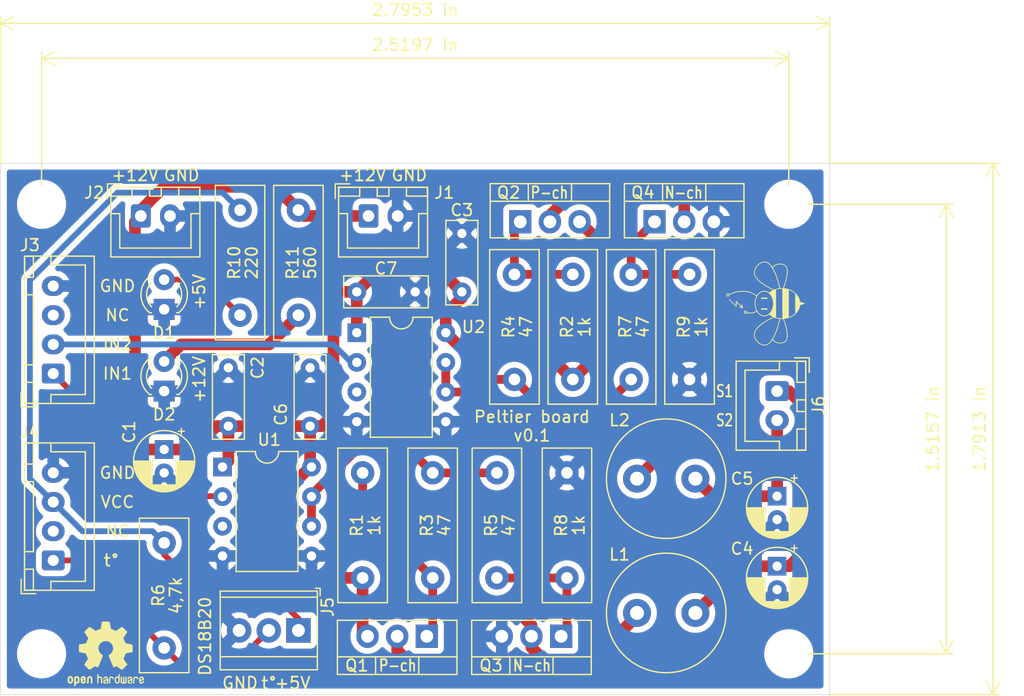
<source format=kicad_pcb>
(kicad_pcb (version 20171130) (host pcbnew "(5.1.7)-1")
  (layers (0 F.Cu signal) (31 B.Cu signal) (34 B.Paste user) (35 F.Paste user) (36 B.SilkS user) (37 F.SilkS user) (38 B.Mask user) (39 F.Mask user) (44 Edge.Cuts user))
  (net 0 "")
  (net 1 GND)
  (net 2 +12V)
  (net 3 "Net-(C4-Pad1)")
  (net 4 "Net-(C5-Pad1)")
  (net 5 "Net-(D1-Pad2)")
  (net 6 "Net-(D2-Pad2)")
  (net 7 IN2)
  (net 8 IN1)
  (net 9 +5V)
  (net 10 "Net-(L1-Pad1)")
  (net 11 "Net-(L2-Pad1)")
  (net 12 "Net-(Q1-Pad1)")
  (net 13 "Net-(Q2-Pad1)")
  (net 14 "Net-(Q3-Pad1)")
  (net 15 "Net-(Q4-Pad1)")
  (net 16 "Net-(R3-Pad1)")
  (net 17 "Net-(R4-Pad1)")
  (net 18 "Net-(U1-Pad3)")
  (net 19 "Net-(U2-Pad3)")
  (net 20 t)
  (net 21 "Net-(J3-Pad3)")
  (net 22 "Net-(J4-Pad2)")
  (module logo-beehive:logo-beehive-7_2х6_7mm (layer F.Cu) (at 189.5 83 90)
    (fp_text reference G*** hide)
    (fp_text value LOGO hide)
  )
  (module Connector_JST:JST_XH_B2B-XH-A_1x02_P2.50mm_Vertical (layer F.Cu) (at 155.5 75.5)
    (fp_text reference J1 (at 6.5 -2) (layer F.SilkS))
    (fp_text value Conn_01x02)
    (pad 2 thru_hole oval (at 2.5 0) (size 1.7 2) (drill 1) (layers *.Cu *.Mask) (net 1 GND))
    (pad 1 thru_hole roundrect (at 0 0) (size 1.7 2) (drill 1) (layers *.Cu *.Mask) (roundrect_rratio 0.1470588235294118) (net 2 +12V))
  )
  (module Symbol:OSHW-Logo2_7.3x6mm_SilkScreen (layer F.Cu) (at 133 113)
    (fp_text reference REF** hide)
    (fp_text value OSHW-Logo2_7.3x6mm_SilkScreen hide)
  )
  (module TerminalBlock_TE-Connectivity:TerminalBlock_TE_282834-3_1x03_P2.54mm_Horizontal (layer F.Cu) (at 149.5 111 180)
    (fp_text reference J5 (at -2.5 2 90) (layer F.SilkS))
    (fp_text value Conn_01x03)
    (pad 3 thru_hole circle (at 5.08 0 180) (size 2.1 2.1) (drill 1.1) (layers *.Cu *.Mask) (net 1 GND))
    (pad 2 thru_hole circle (at 2.54 0 180) (size 2.1 2.1) (drill 1.1) (layers *.Cu *.Mask) (net 20 t))
    (pad 1 thru_hole rect (at 0 0 180) (size 2.1 2.1) (drill 1.1) (layers *.Cu *.Mask) (net 9 +5V))
  )
  (module MountingHole:MountingHole_3.2mm_M3_DIN965 (layer F.Cu) (at 127.5 113)
    (fp_text reference REF** hide)
    (fp_text value MountingHole_3.2mm_M3_DIN965 hide)
    (pad 1 np_thru_hole circle (at 0 0) (size 3.2 3.2) (drill 3.2) (layers *.Cu *.Mask))
  )
  (module MountingHole:MountingHole_3.2mm_M3_DIN965 (layer F.Cu) (at 127.5 74.5)
    (fp_text reference REF**)
    (fp_text value MountingHole_3.2mm_M3_DIN965)
    (pad 1 np_thru_hole circle (at 0 0) (size 3.2 3.2) (drill 3.2) (layers *.Cu *.Mask))
  )
  (module MountingHole:MountingHole_3.2mm_M3_DIN965 (layer F.Cu) (at 191.5 74.5)
    (fp_text reference REF**)
    (fp_text value MountingHole_3.2mm_M3_DIN965)
    (pad 1 np_thru_hole circle (at 0 0) (size 3.2 3.2) (drill 3.2) (layers *.Cu *.Mask))
  )
  (module MountingHole:MountingHole_3.2mm_M3_DIN965 (layer F.Cu) (at 191.5 113)
    (fp_text reference REF**)
    (fp_text value MountingHole_3.2mm_M3_DIN965)
    (pad 1 np_thru_hole circle (at 0 0) (size 3.2 3.2) (drill 3.2) (layers *.Cu *.Mask))
  )
  (module Package_DIP:DIP-8_W7.62mm (layer F.Cu) (at 154.5 85.5)
    (fp_text reference U2 (at 10 -0.5) (layer F.SilkS))
    (fp_text value TC4420CPA)
    (pad 8 thru_hole oval (at 7.62 0) (size 1.6 1.6) (drill 0.8) (layers *.Cu *.Mask) (net 2 +12V))
    (pad 4 thru_hole oval (at 0 7.62) (size 1.6 1.6) (drill 0.8) (layers *.Cu *.Mask) (net 1 GND))
    (pad 7 thru_hole oval (at 7.62 2.54) (size 1.6 1.6) (drill 0.8) (layers *.Cu *.Mask) (net 17 "Net-(R4-Pad1)"))
    (pad 3 thru_hole oval (at 0 5.08) (size 1.6 1.6) (drill 0.8) (layers *.Cu *.Mask) (net 19 "Net-(U2-Pad3)"))
    (pad 6 thru_hole oval (at 7.62 5.08) (size 1.6 1.6) (drill 0.8) (layers *.Cu *.Mask) (net 17 "Net-(R4-Pad1)"))
    (pad 2 thru_hole oval (at 0 2.54) (size 1.6 1.6) (drill 0.8) (layers *.Cu *.Mask) (net 7 IN2))
    (pad 5 thru_hole oval (at 7.62 7.62) (size 1.6 1.6) (drill 0.8) (layers *.Cu *.Mask) (net 1 GND))
    (pad 1 thru_hole rect (at 0 0) (size 1.6 1.6) (drill 0.8) (layers *.Cu *.Mask) (net 2 +12V))
  )
  (module Package_DIP:DIP-8_W7.62mm (layer F.Cu) (at 143 97)
    (fp_text reference U1 (at 4 -2.33) (layer F.SilkS))
    (fp_text value TC4420CPA)
    (pad 8 thru_hole oval (at 7.62 0) (size 1.6 1.6) (drill 0.8) (layers *.Cu *.Mask) (net 2 +12V))
    (pad 4 thru_hole oval (at 0 7.62) (size 1.6 1.6) (drill 0.8) (layers *.Cu *.Mask) (net 1 GND))
    (pad 7 thru_hole oval (at 7.62 2.54) (size 1.6 1.6) (drill 0.8) (layers *.Cu *.Mask) (net 16 "Net-(R3-Pad1)"))
    (pad 3 thru_hole oval (at 0 5.08) (size 1.6 1.6) (drill 0.8) (layers *.Cu *.Mask) (net 18 "Net-(U1-Pad3)"))
    (pad 6 thru_hole oval (at 7.62 5.08) (size 1.6 1.6) (drill 0.8) (layers *.Cu *.Mask) (net 16 "Net-(R3-Pad1)"))
    (pad 2 thru_hole oval (at 0 2.54) (size 1.6 1.6) (drill 0.8) (layers *.Cu *.Mask) (net 8 IN1))
    (pad 5 thru_hole oval (at 7.62 7.62) (size 1.6 1.6) (drill 0.8) (layers *.Cu *.Mask) (net 1 GND))
    (pad 1 thru_hole rect (at 0 0) (size 1.6 1.6) (drill 0.8) (layers *.Cu *.Mask) (net 2 +12V))
  )
  (module Resistor_THT:R_Box_L13.0mm_W4.0mm_P9.00mm (layer F.Cu) (at 149.5 75 270)
    (fp_text reference R11 (at 4.5 0.5 90) (layer F.SilkS))
    (fp_text value 560)
    (pad 1 thru_hole circle (at 0 0 270) (size 2 2) (drill 1) (layers *.Cu *.Mask) (net 2 +12V))
    (pad 2 thru_hole circle (at 9 0 270) (size 2 2) (drill 1) (layers *.Cu *.Mask) (net 6 "Net-(D2-Pad2)"))
  )
  (module Resistor_THT:R_Box_L13.0mm_W4.0mm_P9.00mm (layer F.Cu) (at 144.5 75 270)
    (fp_text reference R10 (at 4.5 0.5 90) (layer F.SilkS))
    (fp_text value 220)
    (pad 2 thru_hole circle (at 9 0 270) (size 2 2) (drill 1) (layers *.Cu *.Mask) (net 5 "Net-(D1-Pad2)"))
    (pad 1 thru_hole circle (at 0 0 270) (size 2 2) (drill 1) (layers *.Cu *.Mask) (net 9 +5V))
  )
  (module Resistor_THT:R_Box_L13.0mm_W4.0mm_P9.00mm (layer F.Cu) (at 183 89.5 90)
    (fp_text reference R9 (at 4.5 -0.5 270) (layer F.SilkS))
    (fp_text value 1k)
    (pad 2 thru_hole circle (at 9 0 90) (size 2 2) (drill 1) (layers *.Cu *.Mask) (net 15 "Net-(Q4-Pad1)"))
    (pad 1 thru_hole circle (at 0 0 90) (size 2 2) (drill 1) (layers *.Cu *.Mask) (net 1 GND))
  )
  (module Resistor_THT:R_Box_L13.0mm_W4.0mm_P9.00mm (layer F.Cu) (at 172.5 97.5 270)
    (fp_text reference R8 (at 4.5 0.5 270) (layer F.SilkS))
    (fp_text value 1k)
    (pad 2 thru_hole circle (at 9 0 270) (size 2 2) (drill 1) (layers *.Cu *.Mask) (net 14 "Net-(Q3-Pad1)"))
    (pad 1 thru_hole circle (at 0 0 270) (size 2 2) (drill 1) (layers *.Cu *.Mask) (net 1 GND))
  )
  (module Resistor_THT:R_Box_L13.0mm_W4.0mm_P9.00mm (layer F.Cu) (at 178 89.5 90)
    (fp_text reference R7 (at 4.5 -0.5 270) (layer F.SilkS))
    (fp_text value 47)
    (pad 2 thru_hole circle (at 9 0 90) (size 2 2) (drill 1) (layers *.Cu *.Mask) (net 15 "Net-(Q4-Pad1)"))
    (pad 1 thru_hole circle (at 0 0 90) (size 2 2) (drill 1) (layers *.Cu *.Mask) (net 17 "Net-(R4-Pad1)"))
  )
  (module Resistor_THT:R_Box_L13.0mm_W4.0mm_P9.00mm (layer F.Cu) (at 138 112.5 90)
    (fp_text reference R6 (at 4.5 -0.5 90) (layer F.SilkS))
    (fp_text value 4,7k)
    (pad 2 thru_hole circle (at 9 0 90) (size 2 2) (drill 1) (layers *.Cu *.Mask) (net 9 +5V))
    (pad 1 thru_hole circle (at 0 0 90) (size 2 2) (drill 1) (layers *.Cu *.Mask) (net 20 t))
  )
  (module Resistor_THT:R_Box_L13.0mm_W4.0mm_P9.00mm (layer F.Cu) (at 166.5 97.5 270)
    (fp_text reference R5 (at 4.5 0.5 270) (layer F.SilkS))
    (fp_text value 47)
    (pad 2 thru_hole circle (at 9 0 270) (size 2 2) (drill 1) (layers *.Cu *.Mask) (net 14 "Net-(Q3-Pad1)"))
    (pad 1 thru_hole circle (at 0 0 270) (size 2 2) (drill 1) (layers *.Cu *.Mask) (net 16 "Net-(R3-Pad1)"))
  )
  (module Resistor_THT:R_Box_L13.0mm_W4.0mm_P9.00mm (layer F.Cu) (at 168 89.5 90)
    (fp_text reference R4 (at 4.5 -0.5 90) (layer F.SilkS))
    (fp_text value 47)
    (pad 2 thru_hole circle (at 9 0 90) (size 2 2) (drill 1) (layers *.Cu *.Mask) (net 13 "Net-(Q2-Pad1)"))
    (pad 1 thru_hole circle (at 0 0 90) (size 2 2) (drill 1) (layers *.Cu *.Mask) (net 17 "Net-(R4-Pad1)"))
  )
  (module Resistor_THT:R_Box_L13.0mm_W4.0mm_P9.00mm (layer F.Cu) (at 161 97.5 270)
    (fp_text reference R3 (at 4.5 0.5 270) (layer F.SilkS))
    (fp_text value 47)
    (pad 2 thru_hole circle (at 9 0 270) (size 2 2) (drill 1) (layers *.Cu *.Mask) (net 12 "Net-(Q1-Pad1)"))
    (pad 1 thru_hole circle (at 0 0 270) (size 2 2) (drill 1) (layers *.Cu *.Mask) (net 16 "Net-(R3-Pad1)"))
  )
  (module Resistor_THT:R_Box_L13.0mm_W4.0mm_P9.00mm (layer F.Cu) (at 173 80.5 270)
    (fp_text reference R2 (at 4.5 0.5 270) (layer F.SilkS))
    (fp_text value 1k)
    (pad 2 thru_hole circle (at 9 0 270) (size 2 2) (drill 1) (layers *.Cu *.Mask) (net 2 +12V))
    (pad 1 thru_hole circle (at 0 0 270) (size 2 2) (drill 1) (layers *.Cu *.Mask) (net 13 "Net-(Q2-Pad1)"))
  )
  (module Resistor_THT:R_Box_L13.0mm_W4.0mm_P9.00mm (layer F.Cu) (at 155 97.5 270)
    (fp_text reference R1 (at 4.5 0.5 270) (layer F.SilkS))
    (fp_text value 1k)
    (pad 2 thru_hole circle (at 9 0 270) (size 2 2) (drill 1) (layers *.Cu *.Mask) (net 2 +12V))
    (pad 1 thru_hole circle (at 0 0 270) (size 2 2) (drill 1) (layers *.Cu *.Mask) (net 12 "Net-(Q1-Pad1)"))
  )
  (module Package_TO_SOT_THT:TO-220-3_Vertical (layer F.Cu) (at 180 76)
    (fp_text reference Q4 (at -1 -2.5) (layer F.SilkS))
    (fp_text value IRFZ24NPBF)
    (pad 3 thru_hole oval (at 5.08 0) (size 1.905 2) (drill 1.1) (layers *.Cu *.Mask) (net 1 GND))
    (pad 2 thru_hole oval (at 2.54 0) (size 1.905 2) (drill 1.1) (layers *.Cu *.Mask) (net 11 "Net-(L2-Pad1)"))
    (pad 1 thru_hole rect (at 0 0) (size 1.905 2) (drill 1.1) (layers *.Cu *.Mask) (net 15 "Net-(Q4-Pad1)"))
  )
  (module Package_TO_SOT_THT:TO-220-3_Vertical (layer F.Cu) (at 172 111.5 180)
    (fp_text reference Q3 (at 6 -2.5) (layer F.SilkS))
    (fp_text value IRFZ24NPBF)
    (pad 3 thru_hole oval (at 5.08 0 180) (size 1.905 2) (drill 1.1) (layers *.Cu *.Mask) (net 1 GND))
    (pad 2 thru_hole oval (at 2.54 0 180) (size 1.905 2) (drill 1.1) (layers *.Cu *.Mask) (net 10 "Net-(L1-Pad1)"))
    (pad 1 thru_hole rect (at 0 0 180) (size 1.905 2) (drill 1.1) (layers *.Cu *.Mask) (net 14 "Net-(Q3-Pad1)"))
  )
  (module Package_TO_SOT_THT:TO-220-3_Vertical (layer F.Cu) (at 168.5 76)
    (fp_text reference Q2 (at -1 -2.5) (layer F.SilkS))
    (fp_text value IRF9Z34NPBF)
    (pad 3 thru_hole oval (at 5.08 0) (size 1.905 2) (drill 1.1) (layers *.Cu *.Mask) (net 2 +12V))
    (pad 2 thru_hole oval (at 2.54 0) (size 1.905 2) (drill 1.1) (layers *.Cu *.Mask) (net 11 "Net-(L2-Pad1)"))
    (pad 1 thru_hole rect (at 0 0) (size 1.905 2) (drill 1.1) (layers *.Cu *.Mask) (net 13 "Net-(Q2-Pad1)"))
  )
  (module Package_TO_SOT_THT:TO-220-3_Vertical (layer F.Cu) (at 160.5 111.5 180)
    (fp_text reference Q1 (at 6 -2.5) (layer F.SilkS))
    (fp_text value IRF9Z34NPBF)
    (pad 3 thru_hole oval (at 5.08 0 180) (size 1.905 2) (drill 1.1) (layers *.Cu *.Mask) (net 2 +12V))
    (pad 2 thru_hole oval (at 2.54 0 180) (size 1.905 2) (drill 1.1) (layers *.Cu *.Mask) (net 10 "Net-(L1-Pad1)"))
    (pad 1 thru_hole rect (at 0 0 180) (size 1.905 2) (drill 1.1) (layers *.Cu *.Mask) (net 12 "Net-(Q1-Pad1)"))
  )
  (module Inductor_THT:L_Radial_D10.0mm_P5.00mm_Neosid_SD12_style3 (layer F.Cu) (at 178.5 98)
    (fp_text reference L2 (at -1.5 -5) (layer F.SilkS))
    (fp_text value 33u)
    (pad 2 thru_hole circle (at 5 0) (size 2.4 2.4) (drill 1.2) (layers *.Cu *.Mask) (net 4 "Net-(C5-Pad1)"))
    (pad 1 thru_hole circle (at 0 0) (size 2.4 2.4) (drill 1.2) (layers *.Cu *.Mask) (net 11 "Net-(L2-Pad1)"))
  )
  (module Inductor_THT:L_Radial_D10.0mm_P5.00mm_Neosid_SD12_style3 (layer F.Cu) (at 178.5 109.5)
    (fp_text reference L1 (at -1.5 -5) (layer F.SilkS))
    (fp_text value 33u)
    (pad 2 thru_hole circle (at 5 0) (size 2.4 2.4) (drill 1.2) (layers *.Cu *.Mask) (net 3 "Net-(C4-Pad1)"))
    (pad 1 thru_hole circle (at 0 0) (size 2.4 2.4) (drill 1.2) (layers *.Cu *.Mask) (net 10 "Net-(L1-Pad1)"))
  )
  (module Connector_JST:JST_XH_B2B-XH-A_1x02_P2.50mm_Vertical (layer F.Cu) (at 190.5 90.5 270)
    (fp_text reference J6 (at 1.25 -3.55 90) (layer F.SilkS))
    (fp_text value Conn_01x02)
    (pad 2 thru_hole oval (at 2.5 0 270) (size 1.7 2) (drill 1) (layers *.Cu *.Mask) (net 4 "Net-(C5-Pad1)"))
    (pad 1 thru_hole roundrect (at 0 0 270) (size 1.7 2) (drill 1) (layers *.Cu *.Mask) (roundrect_rratio 0.1470588235294118) (net 3 "Net-(C4-Pad1)"))
  )
  (module Connector_JST:JST_XH_B4B-XH-A_1x04_P2.50mm_Vertical (layer F.Cu) (at 128.5 105 90)
    (fp_text reference J4 (at 11 -2 180) (layer F.SilkS))
    (fp_text value Conn_01x04)
    (pad 4 thru_hole oval (at 7.5 0 90) (size 1.7 1.95) (drill 0.95) (layers *.Cu *.Mask) (net 1 GND))
    (pad 3 thru_hole oval (at 5 0 90) (size 1.7 1.95) (drill 0.95) (layers *.Cu *.Mask) (net 9 +5V))
    (pad 2 thru_hole oval (at 2.5 0 90) (size 1.7 1.95) (drill 0.95) (layers *.Cu *.Mask) (net 22 "Net-(J4-Pad2)"))
    (pad 1 thru_hole roundrect (at 0 0 90) (size 1.7 1.95) (drill 0.95) (layers *.Cu *.Mask) (roundrect_rratio 0.1470588235294118) (net 20 t))
  )
  (module Connector_JST:JST_XH_B4B-XH-A_1x04_P2.50mm_Vertical (layer F.Cu) (at 128.5 89 90)
    (fp_text reference J3 (at 11 -2 180) (layer F.SilkS))
    (fp_text value Conn_01x04)
    (pad 4 thru_hole oval (at 7.5 0 90) (size 1.7 1.95) (drill 0.95) (layers *.Cu *.Mask) (net 1 GND))
    (pad 3 thru_hole oval (at 5 0 90) (size 1.7 1.95) (drill 0.95) (layers *.Cu *.Mask) (net 21 "Net-(J3-Pad3)"))
    (pad 2 thru_hole oval (at 2.5 0 90) (size 1.7 1.95) (drill 0.95) (layers *.Cu *.Mask) (net 7 IN2))
    (pad 1 thru_hole roundrect (at 0 0 90) (size 1.7 1.95) (drill 0.95) (layers *.Cu *.Mask) (roundrect_rratio 0.1470588235294118) (net 8 IN1))
  )
  (module Connector_JST:JST_XH_B2B-XH-A_1x02_P2.50mm_Vertical (layer F.Cu) (at 136 75.5)
    (fp_text reference J2 (at -4 -2) (layer F.SilkS))
    (fp_text value Conn_01x02)
    (pad 2 thru_hole oval (at 2.5 0) (size 1.7 2) (drill 1) (layers *.Cu *.Mask) (net 1 GND))
    (pad 1 thru_hole roundrect (at 0 0) (size 1.7 2) (drill 1) (layers *.Cu *.Mask) (roundrect_rratio 0.1470588235294118) (net 2 +12V))
  )
  (module LED_THT:LED_D3.0mm (layer F.Cu) (at 138 90.5 90)
    (fp_text reference D2 (at -2 0 180) (layer F.SilkS))
    (fp_text value LED)
    (pad 2 thru_hole circle (at 2.54 0 90) (size 1.8 1.8) (drill 0.9) (layers *.Cu *.Mask) (net 6 "Net-(D2-Pad2)"))
    (pad 1 thru_hole rect (at 0 0 90) (size 1.8 1.8) (drill 0.9) (layers *.Cu *.Mask) (net 1 GND))
  )
  (module LED_THT:LED_D3.0mm (layer F.Cu) (at 138 83.5 90)
    (fp_text reference D1 (at -2 0 180) (layer F.SilkS))
    (fp_text value LED)
    (pad 2 thru_hole circle (at 2.54 0 90) (size 1.8 1.8) (drill 0.9) (layers *.Cu *.Mask) (net 5 "Net-(D1-Pad2)"))
    (pad 1 thru_hole rect (at 0 0 90) (size 1.8 1.8) (drill 0.9) (layers *.Cu *.Mask) (net 1 GND))
  )
  (module Capacitor_THT:C_Disc_D7.0mm_W2.5mm_P5.00mm (layer F.Cu) (at 154.5 82)
    (fp_text reference C7 (at 2.5 -2) (layer F.SilkS))
    (fp_text value 100nF)
    (pad 2 thru_hole circle (at 5 0) (size 1.6 1.6) (drill 0.8) (layers *.Cu *.Mask) (net 1 GND))
    (pad 1 thru_hole circle (at 0 0) (size 1.6 1.6) (drill 0.8) (layers *.Cu *.Mask) (net 2 +12V))
  )
  (module Capacitor_THT:C_Disc_D7.0mm_W2.5mm_P5.00mm (layer F.Cu) (at 150.5 93.5 90)
    (fp_text reference C6 (at 1 -2.5 90) (layer F.SilkS))
    (fp_text value 100nF)
    (pad 2 thru_hole circle (at 5 0 90) (size 1.6 1.6) (drill 0.8) (layers *.Cu *.Mask) (net 1 GND))
    (pad 1 thru_hole circle (at 0 0 90) (size 1.6 1.6) (drill 0.8) (layers *.Cu *.Mask) (net 2 +12V))
  )
  (module Capacitor_THT:CP_Radial_D5.0mm_P2.00mm (layer F.Cu) (at 190.5 99.5 270)
    (fp_text reference C5 (at -1.5 3 180) (layer F.SilkS))
    (fp_text value 22u)
    (pad 2 thru_hole circle (at 2 0 270) (size 1.6 1.6) (drill 0.8) (layers *.Cu *.Mask) (net 1 GND))
    (pad 1 thru_hole rect (at 0 0 270) (size 1.6 1.6) (drill 0.8) (layers *.Cu *.Mask) (net 4 "Net-(C5-Pad1)"))
  )
  (module Capacitor_THT:CP_Radial_D5.0mm_P2.00mm (layer F.Cu) (at 190.5 105.5 270)
    (fp_text reference C4 (at -1.5 3 180) (layer F.SilkS))
    (fp_text value 22u)
    (pad 2 thru_hole circle (at 2 0 270) (size 1.6 1.6) (drill 0.8) (layers *.Cu *.Mask) (net 1 GND))
    (pad 1 thru_hole rect (at 0 0 270) (size 1.6 1.6) (drill 0.8) (layers *.Cu *.Mask) (net 3 "Net-(C4-Pad1)"))
  )
  (module Capacitor_THT:C_Disc_D7.0mm_W2.5mm_P5.00mm (layer F.Cu) (at 163.5 82 90)
    (fp_text reference C3 (at 7 0 180) (layer F.SilkS))
    (fp_text value 100nF)
    (pad 2 thru_hole circle (at 5 0 90) (size 1.6 1.6) (drill 0.8) (layers *.Cu *.Mask) (net 1 GND))
    (pad 1 thru_hole circle (at 0 0 90) (size 1.6 1.6) (drill 0.8) (layers *.Cu *.Mask) (net 2 +12V))
  )
  (module Capacitor_THT:C_Disc_D7.0mm_W2.5mm_P5.00mm (layer F.Cu) (at 143.5 93.5 90)
    (fp_text reference C2 (at 5 2.5 90) (layer F.SilkS))
    (fp_text value 100nF)
    (pad 2 thru_hole circle (at 5 0 90) (size 1.6 1.6) (drill 0.8) (layers *.Cu *.Mask) (net 1 GND))
    (pad 1 thru_hole circle (at 0 0 90) (size 1.6 1.6) (drill 0.8) (layers *.Cu *.Mask) (net 2 +12V))
  )
  (module Capacitor_THT:CP_Radial_D5.0mm_P2.00mm (layer F.Cu) (at 138 95.5 270)
    (fp_text reference C1 (at -1.5 3 90) (layer F.SilkS))
    (fp_text value 22u)
    (pad 1 thru_hole rect (at 0 0 270) (size 1.6 1.6) (drill 0.8) (layers *.Cu *.Mask) (net 2 +12V))
    (pad 2 thru_hole circle (at 2 0 270) (size 1.6 1.6) (drill 0.8) (layers *.Cu *.Mask) (net 1 GND))
  )
  (gr_text "Peltier board\nv0.1" (at 169.5 93.5) (layer F.SilkS) (effects (font (size 1 1))))
  (gr_text 4,7k (at 139 108 90) (layer F.SilkS) (effects (font (size 1 1))))
  (gr_text 560 (at 150.5 79.5 90) (layer F.SilkS) (effects (font (size 1 1))))
  (gr_text 220 (at 145.5 79.5 90) (layer F.SilkS) (effects (font (size 1 1))))
  (gr_text 47 (at 167.5 102 90) (layer F.SilkS) (effects (font (size 1 1))))
  (gr_text 1k (at 173.5 102 90) (layer F.SilkS) (effects (font (size 1 1))))
  (gr_text 47 (at 162 102 90) (layer F.SilkS) (effects (font (size 1 1))))
  (gr_text 1k (at 156 102 90) (layer F.SilkS) (effects (font (size 1 1))))
  (gr_text 1k (at 184 85 90) (layer F.SilkS) (effects (font (size 1 1))))
  (gr_text 1k (at 174 85 90) (layer F.SilkS) (effects (font (size 1 1))))
  (gr_text 47 (at 179 85 90) (layer F.SilkS) (effects (font (size 1 1))))
  (gr_text 47 (at 169 85 90) (layer F.SilkS) (effects (font (size 1 1))))
  (gr_text GND (at 159 72) (layer F.SilkS) (effects (font (size 1 1))))
  (gr_text +12V (at 155 72) (layer F.SilkS) (effects (font (size 1 1))))
  (gr_text P-ch (at 171 73.5) (layer F.SilkS) (effects (font (size 1 0.8))))
  (gr_text N-ch (at 182.5 73.5) (layer F.SilkS) (effects (font (size 1 0.8))))
  (gr_text N-ch (at 169.5 114) (layer F.SilkS) (effects (font (size 1 0.8))))
  (gr_text P-ch (at 158 114) (layer F.SilkS) (effects (font (size 1 0.8))))
  (gr_text GND (at 139.5 72) (layer F.SilkS) (effects (font (size 1 1))))
  (gr_text +12V (at 135.5 72) (layer F.SilkS) (effects (font (size 1 1))))
  (gr_text GND (at 144.5 115.5) (layer F.SilkS) (effects (font (size 1 1))))
  (gr_text t° (at 147 115.5) (layer F.SilkS) (effects (font (size 1 1))))
  (gr_text +5V (at 149 115.5) (layer F.SilkS) (effects (font (size 1 1))))
  (dimension 38.5 (width 0.12) (layer F.SilkS) (gr_text "38.500 mm" (at 206.27 93.75 270) (layer F.SilkS) (effects (font (size 1 1) (thickness 0.15)))) (feature1 (pts (xy 191.5 113) (xy 205.586421 113))) (feature2 (pts (xy 191.5 74.5) (xy 205.586421 74.5))) (crossbar (pts (xy 205 74.5) (xy 205 113))) (arrow1a (pts (xy 205 113) (xy 204.413579 111.873496))) (arrow1b (pts (xy 205 113) (xy 205.586421 111.873496))) (arrow2a (pts (xy 205 74.5) (xy 204.413579 75.626504))) (arrow2b (pts (xy 205 74.5) (xy 205.586421 75.626504))))
  (dimension 45.5 (width 0.12) (layer F.SilkS) (gr_text "45.500 mm" (at 210.27 93.75 270) (layer F.SilkS) (effects (font (size 1 1) (thickness 0.15)))) (feature1 (pts (xy 195 116.5) (xy 209.586421 116.5))) (feature2 (pts (xy 195 71) (xy 209.586421 71))) (crossbar (pts (xy 209 71) (xy 209 116.5))) (arrow1a (pts (xy 209 116.5) (xy 208.413579 115.373496))) (arrow1b (pts (xy 209 116.5) (xy 209.586421 115.373496))) (arrow2a (pts (xy 209 71) (xy 208.413579 72.126504))) (arrow2b (pts (xy 209 71) (xy 209.586421 72.126504))))
  (dimension 64 (width 0.12) (layer F.SilkS) (gr_text "64.000 mm" (at 159.5 60.73) (layer F.SilkS) (effects (font (size 1 1) (thickness 0.15)))) (feature1 (pts (xy 191.5 74.5) (xy 191.5 61.413579))) (feature2 (pts (xy 127.5 74.5) (xy 127.5 61.413579))) (crossbar (pts (xy 127.5 62) (xy 191.5 62))) (arrow1a (pts (xy 191.5 62) (xy 190.373496 62.586421))) (arrow1b (pts (xy 191.5 62) (xy 190.373496 61.413579))) (arrow2a (pts (xy 127.5 62) (xy 128.626504 62.586421))) (arrow2b (pts (xy 127.5 62) (xy 128.626504 61.413579))))
  (dimension 71 (width 0.12) (layer F.SilkS) (gr_text "71.000 mm" (at 159.5 57.73) (layer F.SilkS) (effects (font (size 1 1) (thickness 0.15)))) (feature1 (pts (xy 195 71) (xy 195 58.413579))) (feature2 (pts (xy 124 71) (xy 124 58.413579))) (crossbar (pts (xy 124 59) (xy 195 59))) (arrow1a (pts (xy 195 59) (xy 193.873496 59.586421))) (arrow1b (pts (xy 195 59) (xy 193.873496 58.413579))) (arrow2a (pts (xy 124 59) (xy 125.126504 59.586421))) (arrow2b (pts (xy 124 59) (xy 125.126504 58.413579))))
  (gr_text DS18B20 (at 141.5 111.5 90) (layer F.SilkS) (effects (font (size 1 1))))
  (gr_text S1 (at 186 90.5) (layer F.SilkS) (effects (font (size 1 0.75))))
  (gr_text S2 (at 186 93) (layer F.SilkS) (effects (font (size 1 0.75))))
  (gr_text t° (at 133.5 105) (layer F.SilkS) (effects (font (size 1 1))))
  (gr_text NC (at 134 102.5) (layer F.SilkS) (effects (font (size 1 1))))
  (gr_text GND (at 134 97.5) (layer F.SilkS) (effects (font (size 1 1))))
  (gr_text NC (at 134 84) (layer F.SilkS) (effects (font (size 1 1))))
  (gr_text GND (at 134 81.5) (layer F.SilkS) (effects (font (size 1 1))))
  (gr_text IN1 (at 134 89) (layer F.SilkS) (effects (font (size 1 1))))
  (gr_text VCC (at 134 100) (layer F.SilkS) (effects (font (size 1 1))))
  (gr_text IN2 (at 134 86.5) (layer F.SilkS) (effects (font (size 1 1))))
  (gr_text +12V (at 141 89.5 90) (layer F.SilkS) (effects (font (size 1 1))))
  (gr_text +5V (at 141 82 90) (layer F.SilkS) (effects (font (size 1 1))))
  (gr_line (start 124 116.5) (end 124 71) (layer Edge.Cuts) (width 0.05))
  (gr_line (start 195 116.5) (end 124 116.5) (layer Edge.Cuts) (width 0.05))
  (gr_line (start 195 71) (end 195 116.5) (layer Edge.Cuts) (width 0.05))
  (gr_line (start 124 71) (end 195 71) (layer Edge.Cuts) (width 0.05))
  (segment (start 144.42 110.92) (end 144.42 111) (width 0.5) (layer F.Cu) (net 1))
  (segment (start 143.5 96.5) (end 143 97) (width 1) (layer F.Cu) (net 2))
  (segment (start 143.5 93.5) (end 143.5 96.5) (width 1) (layer F.Cu) (net 2))
  (segment (start 143.5 93.5) (end 150.5 93.5) (width 1) (layer F.Cu) (net 2))
  (segment (start 150.5 96.88) (end 150.62 97) (width 1) (layer F.Cu) (net 2))
  (segment (start 150.5 93.5) (end 150.5 96.88) (width 1) (layer F.Cu) (net 2))
  (segment (start 155 111.08) (end 155.42 111.5) (width 1) (layer F.Cu) (net 2))
  (segment (start 155 106.5) (end 155 111.08) (width 1) (layer F.Cu) (net 2))
  (segment (start 149.5 106.5) (end 155 106.5) (width 1) (layer F.Cu) (net 2))
  (segment (start 148.5 105.5) (end 149.5 106.5) (width 1) (layer F.Cu) (net 2))
  (segment (start 148.5 99) (end 148.5 105.5) (width 1) (layer F.Cu) (net 2))
  (segment (start 150.62 97) (end 150.5 97) (width 1) (layer F.Cu) (net 2))
  (segment (start 150.5 97) (end 148.5 99) (width 1) (layer F.Cu) (net 2))
  (segment (start 142.475 93.5) (end 143.5 93.5) (width 1) (layer F.Cu) (net 2))
  (segment (start 140.475 95.5) (end 142.475 93.5) (width 1) (layer F.Cu) (net 2))
  (segment (start 135.5 94.5) (end 136.5 95.5) (width 1) (layer F.Cu) (net 2))
  (segment (start 135.5 76) (end 135.5 94.5) (width 1) (layer F.Cu) (net 2))
  (segment (start 136.5 95.5) (end 140.475 95.5) (width 1) (layer F.Cu) (net 2))
  (segment (start 136 75.5) (end 135.5 76) (width 1) (layer F.Cu) (net 2))
  (segment (start 136 75) (end 136 75.5) (width 1) (layer F.Cu) (net 2))
  (segment (start 138 73) (end 136 75) (width 1) (layer F.Cu) (net 2))
  (segment (start 147.5 73) (end 138 73) (width 1) (layer F.Cu) (net 2))
  (segment (start 149.5 75) (end 147.5 73) (width 1) (layer F.Cu) (net 2))
  (segment (start 154.5 82) (end 154.5 85.5) (width 1) (layer F.Cu) (net 2))
  (segment (start 153 82) (end 154.5 82) (width 1) (layer F.Cu) (net 2))
  (segment (start 152.5 92.5) (end 152.5 82.5) (width 1) (layer F.Cu) (net 2))
  (segment (start 152.5 82.5) (end 153 82) (width 1) (layer F.Cu) (net 2))
  (segment (start 151.5 93.5) (end 152.5 92.5) (width 1) (layer F.Cu) (net 2))
  (segment (start 150.5 93.5) (end 151.5 93.5) (width 1) (layer F.Cu) (net 2))
  (segment (start 150 75.5) (end 149.5 75) (width 1) (layer F.Cu) (net 2))
  (segment (start 155.5 75.5) (end 150 75.5) (width 1) (layer F.Cu) (net 2))
  (segment (start 163.5 82.5) (end 163.5 82) (width 1) (layer F.Cu) (net 2))
  (segment (start 162.12 83.88) (end 163.5 82.5) (width 1) (layer F.Cu) (net 2))
  (segment (start 162.12 85.5) (end 162.12 83.88) (width 1) (layer F.Cu) (net 2))
  (segment (start 170 86.5) (end 173 89.5) (width 1) (layer F.Cu) (net 2))
  (segment (start 163.12 86.5) (end 170 86.5) (width 1) (layer F.Cu) (net 2))
  (segment (start 162.12 85.5) (end 163.12 86.5) (width 1) (layer F.Cu) (net 2))
  (segment (start 156.5 80) (end 154.5 82) (width 1) (layer F.Cu) (net 2))
  (segment (start 161.5 80) (end 156.5 80) (width 1) (layer F.Cu) (net 2))
  (segment (start 163.5 82) (end 161.5 80) (width 1) (layer F.Cu) (net 2))
  (segment (start 175.5 77.92) (end 173.58 76) (width 1) (layer F.Cu) (net 2))
  (segment (start 175.5 87) (end 175.5 77.92) (width 1) (layer F.Cu) (net 2))
  (segment (start 173 89.5) (end 175.5 87) (width 1) (layer F.Cu) (net 2))
  (segment (start 187.5 105.5) (end 190.5 105.5) (width 1) (layer F.Cu) (net 3))
  (segment (start 183.5 109.5) (end 187.5 105.5) (width 1) (layer F.Cu) (net 3))
  (segment (start 191.5 90.5) (end 190.5 90.5) (width 1) (layer F.Cu) (net 3))
  (segment (start 193 92) (end 191.5 90.5) (width 1) (layer F.Cu) (net 3))
  (segment (start 193 104.05) (end 193 92) (width 1) (layer F.Cu) (net 3))
  (segment (start 190.5 105.5) (end 191.55 105.5) (width 1) (layer F.Cu) (net 3))
  (segment (start 191.55 105.5) (end 193 104.05) (width 1) (layer F.Cu) (net 3))
  (segment (start 190.5 99.5) (end 190.5 93) (width 1) (layer F.Cu) (net 4))
  (segment (start 185 99.5) (end 190.5 99.5) (width 1) (layer F.Cu) (net 4))
  (segment (start 183.5 98) (end 185 99.5) (width 1) (layer F.Cu) (net 4))
  (segment (start 141.46 80.96) (end 144.5 84) (width 0.5) (layer F.Cu) (net 5))
  (segment (start 138 80.96) (end 141.46 80.96) (width 0.5) (layer F.Cu) (net 5))
  (segment (start 139.46 86.5) (end 138 87.96) (width 1) (layer F.Cu) (net 6))
  (segment (start 147 86.5) (end 139.46 86.5) (width 1) (layer F.Cu) (net 6))
  (segment (start 149.5 84) (end 147 86.5) (width 1) (layer F.Cu) (net 6))
  (segment (start 154.02 88.04) (end 154.5 88.04) (width 0.5) (layer B.Cu) (net 7))
  (segment (start 152.48 86.5) (end 154.02 88.04) (width 0.5) (layer B.Cu) (net 7))
  (segment (start 128.5 86.5) (end 152.48 86.5) (width 0.5) (layer B.Cu) (net 7))
  (segment (start 129.5 90) (end 128.5 89) (width 0.5) (layer F.Cu) (net 8))
  (segment (start 130.5 91) (end 129.5 90) (width 0.5) (layer F.Cu) (net 8))
  (segment (start 130.5 95) (end 130.5 91) (width 0.5) (layer F.Cu) (net 8))
  (segment (start 135 99.5) (end 130.5 95) (width 0.5) (layer F.Cu) (net 8))
  (segment (start 142.96 99.5) (end 135 99.5) (width 0.5) (layer F.Cu) (net 8))
  (segment (start 143 99.54) (end 142.96 99.5) (width 0.5) (layer F.Cu) (net 8))
  (segment (start 138 103.5) (end 138 104.5) (width 0.5) (layer F.Cu) (net 9))
  (segment (start 138 104.5) (end 142.5 109) (width 0.5) (layer F.Cu) (net 9))
  (segment (start 149.5 110) (end 149.5 111) (width 0.5) (layer F.Cu) (net 9))
  (segment (start 148.5 109) (end 149.5 110) (width 0.5) (layer F.Cu) (net 9))
  (segment (start 142.5 109) (end 148.5 109) (width 0.5) (layer F.Cu) (net 9))
  (segment (start 126.5 98) (end 128.5 100) (width 0.5) (layer B.Cu) (net 9))
  (segment (start 126.5 81) (end 126.5 98) (width 0.5) (layer B.Cu) (net 9))
  (segment (start 134 73.5) (end 126.5 81) (width 0.5) (layer B.Cu) (net 9))
  (segment (start 143 73.5) (end 134 73.5) (width 0.5) (layer B.Cu) (net 9))
  (segment (start 144.5 75) (end 143 73.5) (width 0.5) (layer B.Cu) (net 9))
  (segment (start 137.000001 102.500001) (end 138 103.5) (width 0.5) (layer B.Cu) (net 9))
  (segment (start 131.000001 102.500001) (end 137.000001 102.500001) (width 0.5) (layer B.Cu) (net 9))
  (segment (start 128.5 100) (end 131.000001 102.500001) (width 0.5) (layer B.Cu) (net 9))
  (segment (start 178.5 109.75) (end 178.5 109.5) (width 1) (layer F.Cu) (net 10))
  (segment (start 174.75 113.5) (end 178.5 109.75) (width 1) (layer F.Cu) (net 10))
  (segment (start 170.5 113.5) (end 174.75 113.5) (width 1) (layer F.Cu) (net 10))
  (segment (start 169.46 111.5) (end 169.46 112.46) (width 1) (layer F.Cu) (net 10))
  (segment (start 169.46 112.46) (end 170.5 113.5) (width 1) (layer F.Cu) (net 10))
  (segment (start 168.402251 109.5) (end 169.46 110.557749) (width 1) (layer F.Cu) (net 10))
  (segment (start 169.46 110.557749) (end 169.46 111.5) (width 1) (layer F.Cu) (net 10))
  (segment (start 157.96 111.5) (end 157.96 112.71) (width 1) (layer F.Cu) (net 10))
  (segment (start 158.75 113.5) (end 162 113.5) (width 1) (layer F.Cu) (net 10))
  (segment (start 157.96 112.71) (end 158.75 113.5) (width 1) (layer F.Cu) (net 10))
  (segment (start 162 113.5) (end 166 109.5) (width 1) (layer F.Cu) (net 10))
  (segment (start 166 109.5) (end 168.402251 109.5) (width 1) (layer F.Cu) (net 10))
  (segment (start 182.46 74.04) (end 183.5 73) (width 0.75) (layer F.Cu) (net 11))
  (segment (start 182.54 74.04) (end 181.5 73) (width 0.75) (layer F.Cu) (net 11))
  (segment (start 182.54 76) (end 182.54 74.04) (width 1) (layer F.Cu) (net 11))
  (segment (start 171.04 75.46) (end 171.04 76) (width 1) (layer F.Cu) (net 11))
  (segment (start 173.5 73) (end 171.04 75.46) (width 1) (layer F.Cu) (net 11))
  (segment (start 186 73) (end 173.5 73) (width 1) (layer F.Cu) (net 11))
  (segment (start 187.5 74.5) (end 186 73) (width 1) (layer F.Cu) (net 11))
  (segment (start 187.5 89) (end 187.5 74.5) (width 1) (layer F.Cu) (net 11))
  (segment (start 178.5 98) (end 187.5 89) (width 1) (layer F.Cu) (net 11))
  (segment (start 155 100.5) (end 161 106.5) (width 0.75) (layer F.Cu) (net 12))
  (segment (start 155 97.5) (end 155 100.5) (width 0.75) (layer F.Cu) (net 12))
  (segment (start 161 111) (end 160.5 111.5) (width 0.75) (layer F.Cu) (net 12))
  (segment (start 161 106.5) (end 161 111) (width 0.75) (layer F.Cu) (net 12))
  (segment (start 173 80.5) (end 168 80.5) (width 0.75) (layer F.Cu) (net 13))
  (segment (start 168 76.5) (end 168.5 76) (width 0.75) (layer F.Cu) (net 13))
  (segment (start 168 80.5) (end 168 76.5) (width 0.75) (layer F.Cu) (net 13))
  (segment (start 166.5 106.5) (end 172.5 106.5) (width 0.75) (layer F.Cu) (net 14))
  (segment (start 172.5 111) (end 172 111.5) (width 0.75) (layer F.Cu) (net 14))
  (segment (start 172.5 106.5) (end 172.5 111) (width 0.75) (layer F.Cu) (net 14))
  (segment (start 183 80.5) (end 178 80.5) (width 0.75) (layer F.Cu) (net 15))
  (segment (start 178 78) (end 178 80.5) (width 0.75) (layer F.Cu) (net 15))
  (segment (start 180 76) (end 178 78) (width 0.75) (layer F.Cu) (net 15))
  (segment (start 150.62 102.08) (end 150.62 99.54) (width 0.75) (layer F.Cu) (net 16))
  (segment (start 159 95.5) (end 161 97.5) (width 0.75) (layer F.Cu) (net 16))
  (segment (start 154.5 95.5) (end 159 95.5) (width 0.75) (layer F.Cu) (net 16))
  (segment (start 150.62 99.54) (end 150.62 99.38) (width 0.75) (layer F.Cu) (net 16))
  (segment (start 150.62 99.38) (end 154.5 95.5) (width 0.75) (layer F.Cu) (net 16))
  (segment (start 161 97.5) (end 166.5 97.5) (width 0.75) (layer F.Cu) (net 16))
  (segment (start 162.12 90.58) (end 162.12 88.04) (width 0.75) (layer F.Cu) (net 17))
  (segment (start 176 91.5) (end 178 89.5) (width 0.75) (layer F.Cu) (net 17))
  (segment (start 170 91.5) (end 176 91.5) (width 0.75) (layer F.Cu) (net 17))
  (segment (start 168 89.5) (end 170 91.5) (width 0.75) (layer F.Cu) (net 17))
  (segment (start 165.5 89.5) (end 168 89.5) (width 0.75) (layer F.Cu) (net 17))
  (segment (start 164.42 90.58) (end 165.5 89.5) (width 0.75) (layer F.Cu) (net 17))
  (segment (start 162.12 90.58) (end 164.42 90.58) (width 0.75) (layer F.Cu) (net 17))
  (segment (start 138 112.5) (end 139.5 114) (width 0.5) (layer F.Cu) (net 20))
  (segment (start 143.96 114) (end 146.96 111) (width 0.5) (layer F.Cu) (net 20))
  (segment (start 139.5 114) (end 143.96 114) (width 0.5) (layer F.Cu) (net 20))
  (segment (start 130.5 105) (end 138 112.5) (width 0.5) (layer F.Cu) (net 20))
  (segment (start 128.5 105) (end 130.5 105) (width 0.5) (layer F.Cu) (net 20))
  (zone (net 1) (net_name GND) (layer B.Cu) (connect_pads (clearance 0.5)) (min_thickness 0.5) (fill yes (arc_segments 32) (thermal_gap 0.5) (thermal_bridge_width 1))
    (polygon (pts (xy 124.5 71.5) (xy 194.5 71.5) (xy 194.5 116) (xy 124.5 116)))
  )
)
</source>
